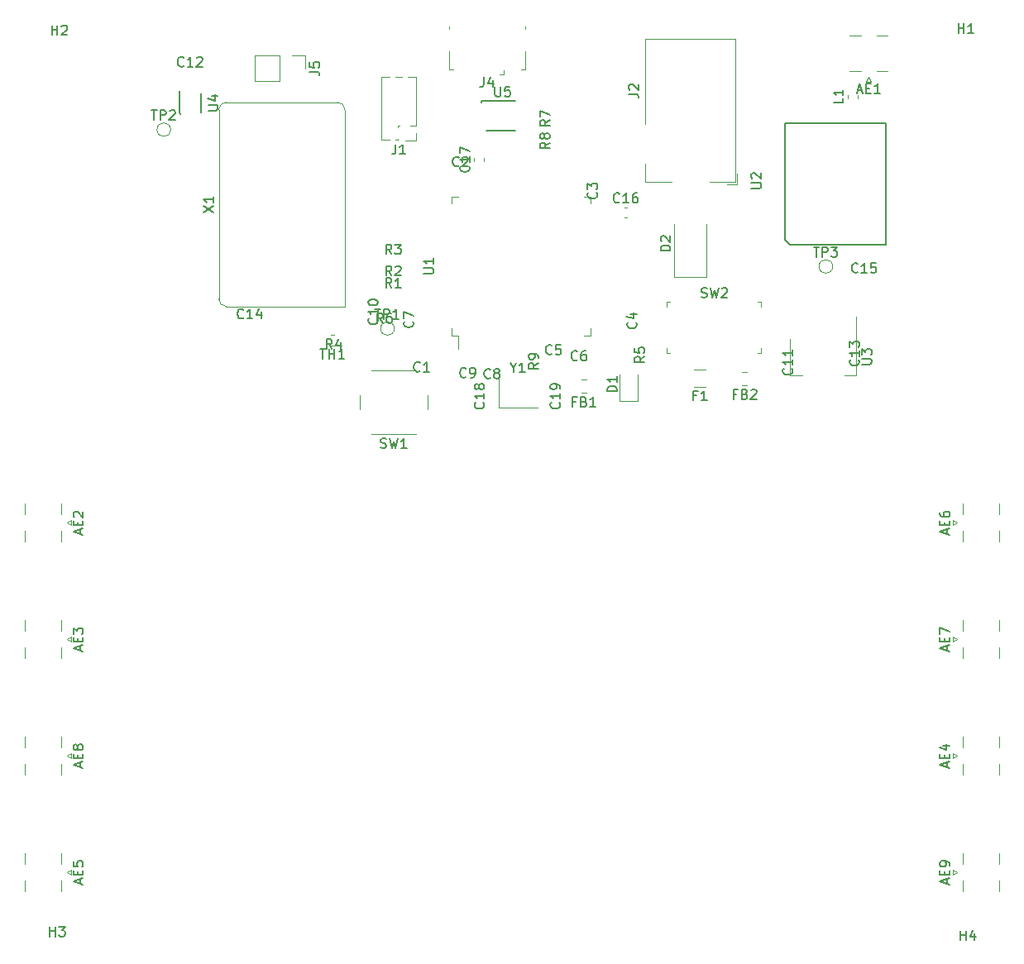
<source format=gbr>
G04 #@! TF.GenerationSoftware,KiCad,Pcbnew,5.1.5+dfsg1-2build2*
G04 #@! TF.CreationDate,2021-02-28T13:03:34-05:00*
G04 #@! TF.ProjectId,gpsdo,67707364-6f2e-46b6-9963-61645f706362,rev?*
G04 #@! TF.SameCoordinates,Original*
G04 #@! TF.FileFunction,Legend,Top*
G04 #@! TF.FilePolarity,Positive*
%FSLAX46Y46*%
G04 Gerber Fmt 4.6, Leading zero omitted, Abs format (unit mm)*
G04 Created by KiCad (PCBNEW 5.1.5+dfsg1-2build2) date 2021-02-28 13:03:34*
%MOMM*%
%LPD*%
G04 APERTURE LIST*
%ADD10C,0.150000*%
%ADD11C,0.120000*%
%ADD12C,0.100000*%
G04 APERTURE END LIST*
D10*
X77930000Y-9050000D02*
X77930000Y-21050000D01*
X88180000Y-9050000D02*
X77930000Y-9050000D01*
X88180000Y-21550000D02*
X88180000Y-9050000D01*
X78430000Y-21550000D02*
X88180000Y-21550000D01*
X77930000Y-21050000D02*
X78430000Y-21550000D01*
D11*
X85640000Y-3770000D02*
X84530000Y-3770000D01*
X88430000Y-3770000D02*
X87320000Y-3770000D01*
X85640000Y-60000D02*
X84530000Y-60000D01*
X88430000Y-60000D02*
X87320000Y-60000D01*
X86480000Y-4320000D02*
X86230000Y-4820000D01*
X86230000Y-4820000D02*
X86730000Y-4820000D01*
X86730000Y-4820000D02*
X86480000Y-4320000D01*
X61437221Y-18710000D02*
X61762779Y-18710000D01*
X61437221Y-17690000D02*
X61762779Y-17690000D01*
X47110000Y-12962779D02*
X47110000Y-12637221D01*
X46090000Y-12962779D02*
X46090000Y-12637221D01*
X66550000Y-24800000D02*
X66550000Y-19400000D01*
X69850000Y-24800000D02*
X69850000Y-19400000D01*
X66550000Y-24800000D02*
X69850000Y-24800000D01*
X69802064Y-34290000D02*
X68597936Y-34290000D01*
X69802064Y-36110000D02*
X68597936Y-36110000D01*
X57558578Y-35290000D02*
X57041422Y-35290000D01*
X57558578Y-36710000D02*
X57041422Y-36710000D01*
X74028578Y-34520000D02*
X73511422Y-34520000D01*
X74028578Y-35940000D02*
X73511422Y-35940000D01*
X40130000Y-10860000D02*
X39000000Y-10860000D01*
X40130000Y-10100000D02*
X40130000Y-10860000D01*
X37422470Y-10795000D02*
X36600000Y-10795000D01*
X38240000Y-10795000D02*
X38037530Y-10795000D01*
X38240000Y-10663471D02*
X38240000Y-10795000D01*
X38240000Y-9393471D02*
X38240000Y-9536529D01*
X38436529Y-9340000D02*
X38293471Y-9340000D01*
X40130000Y-9340000D02*
X39563471Y-9340000D01*
X36600000Y-10795000D02*
X36600000Y-4325000D01*
X40130000Y-9340000D02*
X40130000Y-4325000D01*
X38692470Y-4325000D02*
X38037530Y-4325000D01*
X37422470Y-4325000D02*
X36600000Y-4325000D01*
X40130000Y-4325000D02*
X39307530Y-4325000D01*
X72800000Y-15100000D02*
X70200000Y-15100000D01*
X72800000Y-400000D02*
X72800000Y-15100000D01*
X63600000Y-15100000D02*
X63600000Y-13200000D01*
X66300000Y-15100000D02*
X63600000Y-15100000D01*
X63600000Y-400000D02*
X72800000Y-400000D01*
X63600000Y-9200000D02*
X63600000Y-400000D01*
X73000000Y-14250000D02*
X73000000Y-15300000D01*
X71950000Y-15300000D02*
X73000000Y-15300000D01*
X49100000Y-4112500D02*
X49100000Y-3662500D01*
X49100000Y-4112500D02*
X48650000Y-4112500D01*
X43500000Y-3562500D02*
X43950000Y-3562500D01*
X43500000Y-1712500D02*
X43500000Y-3562500D01*
X51300000Y837500D02*
X51300000Y587500D01*
X43500000Y837500D02*
X43500000Y587500D01*
X51300000Y-1712500D02*
X51300000Y-3562500D01*
X51300000Y-3562500D02*
X50850000Y-3562500D01*
X28780000Y-2130000D02*
X28780000Y-3460000D01*
X27450000Y-2130000D02*
X28780000Y-2130000D01*
X26180000Y-2130000D02*
X26180000Y-4790000D01*
X26180000Y-4790000D02*
X23580000Y-4790000D01*
X26180000Y-2130000D02*
X23580000Y-2130000D01*
X23580000Y-2130000D02*
X23580000Y-4790000D01*
X85346000Y-6512779D02*
X85346000Y-6187221D01*
X84326000Y-6512779D02*
X84326000Y-6187221D01*
X34350000Y-36900000D02*
X34350000Y-38400000D01*
X35600000Y-40900000D02*
X40100000Y-40900000D01*
X41350000Y-38400000D02*
X41350000Y-36900000D01*
X40100000Y-34400000D02*
X35600000Y-34400000D01*
D12*
X65750000Y-27400000D02*
X66100000Y-27400000D01*
X65750000Y-27400000D02*
X65750000Y-27900000D01*
X75450000Y-27400000D02*
X75100000Y-27400000D01*
X75450000Y-27400000D02*
X75450000Y-27900000D01*
X75450000Y-32600000D02*
X75450000Y-32100000D01*
X75450000Y-32600000D02*
X75100000Y-32600000D01*
X65750000Y-32600000D02*
X66100000Y-32600000D01*
X65750000Y-32600000D02*
X65750000Y-32100000D01*
D11*
X31762779Y-30790000D02*
X31437221Y-30790000D01*
X31762779Y-31810000D02*
X31437221Y-31810000D01*
X37900000Y-30100000D02*
G75*
G03X37900000Y-30100000I-700000J0D01*
G01*
X15010000Y-9740000D02*
G75*
G03X15010000Y-9740000I-700000J0D01*
G01*
X82780000Y-23750000D02*
G75*
G03X82780000Y-23750000I-700000J0D01*
G01*
X44490000Y-30810000D02*
X44490000Y-32175000D01*
X43790000Y-30810000D02*
X44490000Y-30810000D01*
X43790000Y-30110000D02*
X43790000Y-30810000D01*
X43790000Y-16590000D02*
X44490000Y-16590000D01*
X43790000Y-17290000D02*
X43790000Y-16590000D01*
X58010000Y-30810000D02*
X57310000Y-30810000D01*
X58010000Y-30110000D02*
X58010000Y-30810000D01*
X58010000Y-16590000D02*
X57310000Y-16590000D01*
X58010000Y-17290000D02*
X58010000Y-16590000D01*
X85210000Y-28900000D02*
X85210000Y-34910000D01*
X78390000Y-31150000D02*
X78390000Y-34910000D01*
X85210000Y-34910000D02*
X83950000Y-34910000D01*
X78390000Y-34910000D02*
X79650000Y-34910000D01*
X19940000Y-27080000D02*
G75*
G03X20690000Y-27830000I750000J0D01*
G01*
X20690000Y-6930000D02*
G75*
G03X19940000Y-7680000I0J-750000D01*
G01*
X32840000Y-7680000D02*
G75*
G03X32090000Y-6930000I-750000J0D01*
G01*
X32840000Y-27830000D02*
X32840000Y-7680000D01*
X32090000Y-6930000D02*
X20690000Y-6930000D01*
X19940000Y-7680000D02*
X19940000Y-27080000D01*
X20690000Y-27830000D02*
X32840000Y-27830000D01*
X62860000Y-37485000D02*
X62860000Y-34800000D01*
X60940000Y-37485000D02*
X62860000Y-37485000D01*
X60940000Y-34800000D02*
X60940000Y-37485000D01*
D10*
X18100000Y-6000000D02*
X18100000Y-8000000D01*
X15900000Y-8000000D02*
X16000000Y-8100000D01*
X15900000Y-5800000D02*
X15900000Y-8000000D01*
D11*
X48560000Y-38240000D02*
X52560000Y-38240000D01*
X48560000Y-34940000D02*
X48560000Y-38240000D01*
X3810000Y-50840000D02*
X3810000Y-51950000D01*
X3810000Y-48050000D02*
X3810000Y-49160000D01*
X100000Y-50840000D02*
X100000Y-51950000D01*
X100000Y-48050000D02*
X100000Y-49160000D01*
X4360000Y-50000000D02*
X4860000Y-50250000D01*
X4860000Y-50250000D02*
X4860000Y-49750000D01*
X4860000Y-49750000D02*
X4360000Y-50000000D01*
X3810000Y-62773333D02*
X3810000Y-63883333D01*
X3810000Y-59983333D02*
X3810000Y-61093333D01*
X100000Y-62773333D02*
X100000Y-63883333D01*
X100000Y-59983333D02*
X100000Y-61093333D01*
X4360000Y-61933333D02*
X4860000Y-62183333D01*
X4860000Y-62183333D02*
X4860000Y-61683333D01*
X4860000Y-61683333D02*
X4360000Y-61933333D01*
X96090000Y-73026666D02*
X96090000Y-71916666D01*
X96090000Y-75816666D02*
X96090000Y-74706666D01*
X99800000Y-73026666D02*
X99800000Y-71916666D01*
X99800000Y-75816666D02*
X99800000Y-74706666D01*
X95540000Y-73866666D02*
X95040000Y-73616666D01*
X95040000Y-73616666D02*
X95040000Y-74116666D01*
X95040000Y-74116666D02*
X95540000Y-73866666D01*
X3810000Y-86640000D02*
X3810000Y-87750000D01*
X3810000Y-83850000D02*
X3810000Y-84960000D01*
X100000Y-86640000D02*
X100000Y-87750000D01*
X100000Y-83850000D02*
X100000Y-84960000D01*
X4360000Y-85800000D02*
X4860000Y-86050000D01*
X4860000Y-86050000D02*
X4860000Y-85550000D01*
X4860000Y-85550000D02*
X4360000Y-85800000D01*
X96090000Y-49160000D02*
X96090000Y-48050000D01*
X96090000Y-51950000D02*
X96090000Y-50840000D01*
X99800000Y-49160000D02*
X99800000Y-48050000D01*
X99800000Y-51950000D02*
X99800000Y-50840000D01*
X95540000Y-50000000D02*
X95040000Y-49750000D01*
X95040000Y-49750000D02*
X95040000Y-50250000D01*
X95040000Y-50250000D02*
X95540000Y-50000000D01*
X96090000Y-61093333D02*
X96090000Y-59983333D01*
X96090000Y-63883333D02*
X96090000Y-62773333D01*
X99800000Y-61093333D02*
X99800000Y-59983333D01*
X99800000Y-63883333D02*
X99800000Y-62773333D01*
X95540000Y-61933333D02*
X95040000Y-61683333D01*
X95040000Y-61683333D02*
X95040000Y-62183333D01*
X95040000Y-62183333D02*
X95540000Y-61933333D01*
X3810000Y-74706666D02*
X3810000Y-75816666D01*
X3810000Y-71916666D02*
X3810000Y-73026666D01*
X100000Y-74706666D02*
X100000Y-75816666D01*
X100000Y-71916666D02*
X100000Y-73026666D01*
X4360000Y-73866666D02*
X4860000Y-74116666D01*
X4860000Y-74116666D02*
X4860000Y-73616666D01*
X4860000Y-73616666D02*
X4360000Y-73866666D01*
X96090000Y-84960000D02*
X96090000Y-83850000D01*
X96090000Y-87750000D02*
X96090000Y-86640000D01*
X99800000Y-84960000D02*
X99800000Y-83850000D01*
X99800000Y-87750000D02*
X99800000Y-86640000D01*
X95540000Y-85800000D02*
X95040000Y-85550000D01*
X95040000Y-85550000D02*
X95040000Y-86050000D01*
X95040000Y-86050000D02*
X95540000Y-85800000D01*
D10*
X47290000Y-6800000D02*
X46790000Y-6800000D01*
X47290000Y-9800000D02*
X50290000Y-9800000D01*
X47290000Y-6800000D02*
X50290000Y-6800000D01*
X46790000Y-6800000D02*
X46790000Y-6940000D01*
X74452380Y-15731904D02*
X75261904Y-15731904D01*
X75357142Y-15684285D01*
X75404761Y-15636666D01*
X75452380Y-15541428D01*
X75452380Y-15350952D01*
X75404761Y-15255714D01*
X75357142Y-15208095D01*
X75261904Y-15160476D01*
X74452380Y-15160476D01*
X74547619Y-14731904D02*
X74500000Y-14684285D01*
X74452380Y-14589047D01*
X74452380Y-14350952D01*
X74500000Y-14255714D01*
X74547619Y-14208095D01*
X74642857Y-14160476D01*
X74738095Y-14160476D01*
X74880952Y-14208095D01*
X75452380Y-14779523D01*
X75452380Y-14160476D01*
X85313333Y-5726666D02*
X85789523Y-5726666D01*
X85218095Y-6012380D02*
X85551428Y-5012380D01*
X85884761Y-6012380D01*
X86218095Y-5488571D02*
X86551428Y-5488571D01*
X86694285Y-6012380D02*
X86218095Y-6012380D01*
X86218095Y-5012380D01*
X86694285Y-5012380D01*
X87646666Y-6012380D02*
X87075238Y-6012380D01*
X87360952Y-6012380D02*
X87360952Y-5012380D01*
X87265714Y-5155238D01*
X87170476Y-5250476D01*
X87075238Y-5298095D01*
X40533333Y-34427142D02*
X40485714Y-34474761D01*
X40342857Y-34522380D01*
X40247619Y-34522380D01*
X40104761Y-34474761D01*
X40009523Y-34379523D01*
X39961904Y-34284285D01*
X39914285Y-34093809D01*
X39914285Y-33950952D01*
X39961904Y-33760476D01*
X40009523Y-33665238D01*
X40104761Y-33570000D01*
X40247619Y-33522380D01*
X40342857Y-33522380D01*
X40485714Y-33570000D01*
X40533333Y-33617619D01*
X41485714Y-34522380D02*
X40914285Y-34522380D01*
X41200000Y-34522380D02*
X41200000Y-33522380D01*
X41104761Y-33665238D01*
X41009523Y-33760476D01*
X40914285Y-33808095D01*
X44513333Y-13407142D02*
X44465714Y-13454761D01*
X44322857Y-13502380D01*
X44227619Y-13502380D01*
X44084761Y-13454761D01*
X43989523Y-13359523D01*
X43941904Y-13264285D01*
X43894285Y-13073809D01*
X43894285Y-12930952D01*
X43941904Y-12740476D01*
X43989523Y-12645238D01*
X44084761Y-12550000D01*
X44227619Y-12502380D01*
X44322857Y-12502380D01*
X44465714Y-12550000D01*
X44513333Y-12597619D01*
X44894285Y-12597619D02*
X44941904Y-12550000D01*
X45037142Y-12502380D01*
X45275238Y-12502380D01*
X45370476Y-12550000D01*
X45418095Y-12597619D01*
X45465714Y-12692857D01*
X45465714Y-12788095D01*
X45418095Y-12930952D01*
X44846666Y-13502380D01*
X45465714Y-13502380D01*
X58587142Y-16166666D02*
X58634761Y-16214285D01*
X58682380Y-16357142D01*
X58682380Y-16452380D01*
X58634761Y-16595238D01*
X58539523Y-16690476D01*
X58444285Y-16738095D01*
X58253809Y-16785714D01*
X58110952Y-16785714D01*
X57920476Y-16738095D01*
X57825238Y-16690476D01*
X57730000Y-16595238D01*
X57682380Y-16452380D01*
X57682380Y-16357142D01*
X57730000Y-16214285D01*
X57777619Y-16166666D01*
X57682380Y-15833333D02*
X57682380Y-15214285D01*
X58063333Y-15547619D01*
X58063333Y-15404761D01*
X58110952Y-15309523D01*
X58158571Y-15261904D01*
X58253809Y-15214285D01*
X58491904Y-15214285D01*
X58587142Y-15261904D01*
X58634761Y-15309523D01*
X58682380Y-15404761D01*
X58682380Y-15690476D01*
X58634761Y-15785714D01*
X58587142Y-15833333D01*
X62627142Y-29466666D02*
X62674761Y-29514285D01*
X62722380Y-29657142D01*
X62722380Y-29752380D01*
X62674761Y-29895238D01*
X62579523Y-29990476D01*
X62484285Y-30038095D01*
X62293809Y-30085714D01*
X62150952Y-30085714D01*
X61960476Y-30038095D01*
X61865238Y-29990476D01*
X61770000Y-29895238D01*
X61722380Y-29752380D01*
X61722380Y-29657142D01*
X61770000Y-29514285D01*
X61817619Y-29466666D01*
X62055714Y-28609523D02*
X62722380Y-28609523D01*
X61674761Y-28847619D02*
X62389047Y-29085714D01*
X62389047Y-28466666D01*
X54033333Y-32687142D02*
X53985714Y-32734761D01*
X53842857Y-32782380D01*
X53747619Y-32782380D01*
X53604761Y-32734761D01*
X53509523Y-32639523D01*
X53461904Y-32544285D01*
X53414285Y-32353809D01*
X53414285Y-32210952D01*
X53461904Y-32020476D01*
X53509523Y-31925238D01*
X53604761Y-31830000D01*
X53747619Y-31782380D01*
X53842857Y-31782380D01*
X53985714Y-31830000D01*
X54033333Y-31877619D01*
X54938095Y-31782380D02*
X54461904Y-31782380D01*
X54414285Y-32258571D01*
X54461904Y-32210952D01*
X54557142Y-32163333D01*
X54795238Y-32163333D01*
X54890476Y-32210952D01*
X54938095Y-32258571D01*
X54985714Y-32353809D01*
X54985714Y-32591904D01*
X54938095Y-32687142D01*
X54890476Y-32734761D01*
X54795238Y-32782380D01*
X54557142Y-32782380D01*
X54461904Y-32734761D01*
X54414285Y-32687142D01*
X56633333Y-33287142D02*
X56585714Y-33334761D01*
X56442857Y-33382380D01*
X56347619Y-33382380D01*
X56204761Y-33334761D01*
X56109523Y-33239523D01*
X56061904Y-33144285D01*
X56014285Y-32953809D01*
X56014285Y-32810952D01*
X56061904Y-32620476D01*
X56109523Y-32525238D01*
X56204761Y-32430000D01*
X56347619Y-32382380D01*
X56442857Y-32382380D01*
X56585714Y-32430000D01*
X56633333Y-32477619D01*
X57490476Y-32382380D02*
X57300000Y-32382380D01*
X57204761Y-32430000D01*
X57157142Y-32477619D01*
X57061904Y-32620476D01*
X57014285Y-32810952D01*
X57014285Y-33191904D01*
X57061904Y-33287142D01*
X57109523Y-33334761D01*
X57204761Y-33382380D01*
X57395238Y-33382380D01*
X57490476Y-33334761D01*
X57538095Y-33287142D01*
X57585714Y-33191904D01*
X57585714Y-32953809D01*
X57538095Y-32858571D01*
X57490476Y-32810952D01*
X57395238Y-32763333D01*
X57204761Y-32763333D01*
X57109523Y-32810952D01*
X57061904Y-32858571D01*
X57014285Y-32953809D01*
X39787142Y-29366666D02*
X39834761Y-29414285D01*
X39882380Y-29557142D01*
X39882380Y-29652380D01*
X39834761Y-29795238D01*
X39739523Y-29890476D01*
X39644285Y-29938095D01*
X39453809Y-29985714D01*
X39310952Y-29985714D01*
X39120476Y-29938095D01*
X39025238Y-29890476D01*
X38930000Y-29795238D01*
X38882380Y-29652380D01*
X38882380Y-29557142D01*
X38930000Y-29414285D01*
X38977619Y-29366666D01*
X38882380Y-29033333D02*
X38882380Y-28366666D01*
X39882380Y-28795238D01*
X47733333Y-35127142D02*
X47685714Y-35174761D01*
X47542857Y-35222380D01*
X47447619Y-35222380D01*
X47304761Y-35174761D01*
X47209523Y-35079523D01*
X47161904Y-34984285D01*
X47114285Y-34793809D01*
X47114285Y-34650952D01*
X47161904Y-34460476D01*
X47209523Y-34365238D01*
X47304761Y-34270000D01*
X47447619Y-34222380D01*
X47542857Y-34222380D01*
X47685714Y-34270000D01*
X47733333Y-34317619D01*
X48304761Y-34650952D02*
X48209523Y-34603333D01*
X48161904Y-34555714D01*
X48114285Y-34460476D01*
X48114285Y-34412857D01*
X48161904Y-34317619D01*
X48209523Y-34270000D01*
X48304761Y-34222380D01*
X48495238Y-34222380D01*
X48590476Y-34270000D01*
X48638095Y-34317619D01*
X48685714Y-34412857D01*
X48685714Y-34460476D01*
X48638095Y-34555714D01*
X48590476Y-34603333D01*
X48495238Y-34650952D01*
X48304761Y-34650952D01*
X48209523Y-34698571D01*
X48161904Y-34746190D01*
X48114285Y-34841428D01*
X48114285Y-35031904D01*
X48161904Y-35127142D01*
X48209523Y-35174761D01*
X48304761Y-35222380D01*
X48495238Y-35222380D01*
X48590476Y-35174761D01*
X48638095Y-35127142D01*
X48685714Y-35031904D01*
X48685714Y-34841428D01*
X48638095Y-34746190D01*
X48590476Y-34698571D01*
X48495238Y-34650952D01*
X45233333Y-35027142D02*
X45185714Y-35074761D01*
X45042857Y-35122380D01*
X44947619Y-35122380D01*
X44804761Y-35074761D01*
X44709523Y-34979523D01*
X44661904Y-34884285D01*
X44614285Y-34693809D01*
X44614285Y-34550952D01*
X44661904Y-34360476D01*
X44709523Y-34265238D01*
X44804761Y-34170000D01*
X44947619Y-34122380D01*
X45042857Y-34122380D01*
X45185714Y-34170000D01*
X45233333Y-34217619D01*
X45709523Y-35122380D02*
X45900000Y-35122380D01*
X45995238Y-35074761D01*
X46042857Y-35027142D01*
X46138095Y-34884285D01*
X46185714Y-34693809D01*
X46185714Y-34312857D01*
X46138095Y-34217619D01*
X46090476Y-34170000D01*
X45995238Y-34122380D01*
X45804761Y-34122380D01*
X45709523Y-34170000D01*
X45661904Y-34217619D01*
X45614285Y-34312857D01*
X45614285Y-34550952D01*
X45661904Y-34646190D01*
X45709523Y-34693809D01*
X45804761Y-34741428D01*
X45995238Y-34741428D01*
X46090476Y-34693809D01*
X46138095Y-34646190D01*
X46185714Y-34550952D01*
X36127142Y-29042857D02*
X36174761Y-29090476D01*
X36222380Y-29233333D01*
X36222380Y-29328571D01*
X36174761Y-29471428D01*
X36079523Y-29566666D01*
X35984285Y-29614285D01*
X35793809Y-29661904D01*
X35650952Y-29661904D01*
X35460476Y-29614285D01*
X35365238Y-29566666D01*
X35270000Y-29471428D01*
X35222380Y-29328571D01*
X35222380Y-29233333D01*
X35270000Y-29090476D01*
X35317619Y-29042857D01*
X36222380Y-28090476D02*
X36222380Y-28661904D01*
X36222380Y-28376190D02*
X35222380Y-28376190D01*
X35365238Y-28471428D01*
X35460476Y-28566666D01*
X35508095Y-28661904D01*
X35222380Y-27471428D02*
X35222380Y-27376190D01*
X35270000Y-27280952D01*
X35317619Y-27233333D01*
X35412857Y-27185714D01*
X35603333Y-27138095D01*
X35841428Y-27138095D01*
X36031904Y-27185714D01*
X36127142Y-27233333D01*
X36174761Y-27280952D01*
X36222380Y-27376190D01*
X36222380Y-27471428D01*
X36174761Y-27566666D01*
X36127142Y-27614285D01*
X36031904Y-27661904D01*
X35841428Y-27709523D01*
X35603333Y-27709523D01*
X35412857Y-27661904D01*
X35317619Y-27614285D01*
X35270000Y-27566666D01*
X35222380Y-27471428D01*
X78577142Y-34212857D02*
X78624761Y-34260476D01*
X78672380Y-34403333D01*
X78672380Y-34498571D01*
X78624761Y-34641428D01*
X78529523Y-34736666D01*
X78434285Y-34784285D01*
X78243809Y-34831904D01*
X78100952Y-34831904D01*
X77910476Y-34784285D01*
X77815238Y-34736666D01*
X77720000Y-34641428D01*
X77672380Y-34498571D01*
X77672380Y-34403333D01*
X77720000Y-34260476D01*
X77767619Y-34212857D01*
X78672380Y-33260476D02*
X78672380Y-33831904D01*
X78672380Y-33546190D02*
X77672380Y-33546190D01*
X77815238Y-33641428D01*
X77910476Y-33736666D01*
X77958095Y-33831904D01*
X78672380Y-32308095D02*
X78672380Y-32879523D01*
X78672380Y-32593809D02*
X77672380Y-32593809D01*
X77815238Y-32689047D01*
X77910476Y-32784285D01*
X77958095Y-32879523D01*
X16357142Y-3187142D02*
X16309523Y-3234761D01*
X16166666Y-3282380D01*
X16071428Y-3282380D01*
X15928571Y-3234761D01*
X15833333Y-3139523D01*
X15785714Y-3044285D01*
X15738095Y-2853809D01*
X15738095Y-2710952D01*
X15785714Y-2520476D01*
X15833333Y-2425238D01*
X15928571Y-2330000D01*
X16071428Y-2282380D01*
X16166666Y-2282380D01*
X16309523Y-2330000D01*
X16357142Y-2377619D01*
X17309523Y-3282380D02*
X16738095Y-3282380D01*
X17023809Y-3282380D02*
X17023809Y-2282380D01*
X16928571Y-2425238D01*
X16833333Y-2520476D01*
X16738095Y-2568095D01*
X17690476Y-2377619D02*
X17738095Y-2330000D01*
X17833333Y-2282380D01*
X18071428Y-2282380D01*
X18166666Y-2330000D01*
X18214285Y-2377619D01*
X18261904Y-2472857D01*
X18261904Y-2568095D01*
X18214285Y-2710952D01*
X17642857Y-3282380D01*
X18261904Y-3282380D01*
X85397142Y-33292857D02*
X85444761Y-33340476D01*
X85492380Y-33483333D01*
X85492380Y-33578571D01*
X85444761Y-33721428D01*
X85349523Y-33816666D01*
X85254285Y-33864285D01*
X85063809Y-33911904D01*
X84920952Y-33911904D01*
X84730476Y-33864285D01*
X84635238Y-33816666D01*
X84540000Y-33721428D01*
X84492380Y-33578571D01*
X84492380Y-33483333D01*
X84540000Y-33340476D01*
X84587619Y-33292857D01*
X85492380Y-32340476D02*
X85492380Y-32911904D01*
X85492380Y-32626190D02*
X84492380Y-32626190D01*
X84635238Y-32721428D01*
X84730476Y-32816666D01*
X84778095Y-32911904D01*
X84492380Y-32007142D02*
X84492380Y-31388095D01*
X84873333Y-31721428D01*
X84873333Y-31578571D01*
X84920952Y-31483333D01*
X84968571Y-31435714D01*
X85063809Y-31388095D01*
X85301904Y-31388095D01*
X85397142Y-31435714D01*
X85444761Y-31483333D01*
X85492380Y-31578571D01*
X85492380Y-31864285D01*
X85444761Y-31959523D01*
X85397142Y-32007142D01*
X22457142Y-28987142D02*
X22409523Y-29034761D01*
X22266666Y-29082380D01*
X22171428Y-29082380D01*
X22028571Y-29034761D01*
X21933333Y-28939523D01*
X21885714Y-28844285D01*
X21838095Y-28653809D01*
X21838095Y-28510952D01*
X21885714Y-28320476D01*
X21933333Y-28225238D01*
X22028571Y-28130000D01*
X22171428Y-28082380D01*
X22266666Y-28082380D01*
X22409523Y-28130000D01*
X22457142Y-28177619D01*
X23409523Y-29082380D02*
X22838095Y-29082380D01*
X23123809Y-29082380D02*
X23123809Y-28082380D01*
X23028571Y-28225238D01*
X22933333Y-28320476D01*
X22838095Y-28368095D01*
X24266666Y-28415714D02*
X24266666Y-29082380D01*
X24028571Y-28034761D02*
X23790476Y-28749047D01*
X24409523Y-28749047D01*
X85337142Y-24307142D02*
X85289523Y-24354761D01*
X85146666Y-24402380D01*
X85051428Y-24402380D01*
X84908571Y-24354761D01*
X84813333Y-24259523D01*
X84765714Y-24164285D01*
X84718095Y-23973809D01*
X84718095Y-23830952D01*
X84765714Y-23640476D01*
X84813333Y-23545238D01*
X84908571Y-23450000D01*
X85051428Y-23402380D01*
X85146666Y-23402380D01*
X85289523Y-23450000D01*
X85337142Y-23497619D01*
X86289523Y-24402380D02*
X85718095Y-24402380D01*
X86003809Y-24402380D02*
X86003809Y-23402380D01*
X85908571Y-23545238D01*
X85813333Y-23640476D01*
X85718095Y-23688095D01*
X87194285Y-23402380D02*
X86718095Y-23402380D01*
X86670476Y-23878571D01*
X86718095Y-23830952D01*
X86813333Y-23783333D01*
X87051428Y-23783333D01*
X87146666Y-23830952D01*
X87194285Y-23878571D01*
X87241904Y-23973809D01*
X87241904Y-24211904D01*
X87194285Y-24307142D01*
X87146666Y-24354761D01*
X87051428Y-24402380D01*
X86813333Y-24402380D01*
X86718095Y-24354761D01*
X86670476Y-24307142D01*
X60957142Y-17127142D02*
X60909523Y-17174761D01*
X60766666Y-17222380D01*
X60671428Y-17222380D01*
X60528571Y-17174761D01*
X60433333Y-17079523D01*
X60385714Y-16984285D01*
X60338095Y-16793809D01*
X60338095Y-16650952D01*
X60385714Y-16460476D01*
X60433333Y-16365238D01*
X60528571Y-16270000D01*
X60671428Y-16222380D01*
X60766666Y-16222380D01*
X60909523Y-16270000D01*
X60957142Y-16317619D01*
X61909523Y-17222380D02*
X61338095Y-17222380D01*
X61623809Y-17222380D02*
X61623809Y-16222380D01*
X61528571Y-16365238D01*
X61433333Y-16460476D01*
X61338095Y-16508095D01*
X62766666Y-16222380D02*
X62576190Y-16222380D01*
X62480952Y-16270000D01*
X62433333Y-16317619D01*
X62338095Y-16460476D01*
X62290476Y-16650952D01*
X62290476Y-17031904D01*
X62338095Y-17127142D01*
X62385714Y-17174761D01*
X62480952Y-17222380D01*
X62671428Y-17222380D01*
X62766666Y-17174761D01*
X62814285Y-17127142D01*
X62861904Y-17031904D01*
X62861904Y-16793809D01*
X62814285Y-16698571D01*
X62766666Y-16650952D01*
X62671428Y-16603333D01*
X62480952Y-16603333D01*
X62385714Y-16650952D01*
X62338095Y-16698571D01*
X62290476Y-16793809D01*
X45527142Y-13442857D02*
X45574761Y-13490476D01*
X45622380Y-13633333D01*
X45622380Y-13728571D01*
X45574761Y-13871428D01*
X45479523Y-13966666D01*
X45384285Y-14014285D01*
X45193809Y-14061904D01*
X45050952Y-14061904D01*
X44860476Y-14014285D01*
X44765238Y-13966666D01*
X44670000Y-13871428D01*
X44622380Y-13728571D01*
X44622380Y-13633333D01*
X44670000Y-13490476D01*
X44717619Y-13442857D01*
X45622380Y-12490476D02*
X45622380Y-13061904D01*
X45622380Y-12776190D02*
X44622380Y-12776190D01*
X44765238Y-12871428D01*
X44860476Y-12966666D01*
X44908095Y-13061904D01*
X44622380Y-12157142D02*
X44622380Y-11490476D01*
X45622380Y-11919047D01*
X66152380Y-22138095D02*
X65152380Y-22138095D01*
X65152380Y-21900000D01*
X65200000Y-21757142D01*
X65295238Y-21661904D01*
X65390476Y-21614285D01*
X65580952Y-21566666D01*
X65723809Y-21566666D01*
X65914285Y-21614285D01*
X66009523Y-21661904D01*
X66104761Y-21757142D01*
X66152380Y-21900000D01*
X66152380Y-22138095D01*
X65247619Y-21185714D02*
X65200000Y-21138095D01*
X65152380Y-21042857D01*
X65152380Y-20804761D01*
X65200000Y-20709523D01*
X65247619Y-20661904D01*
X65342857Y-20614285D01*
X65438095Y-20614285D01*
X65580952Y-20661904D01*
X66152380Y-21233333D01*
X66152380Y-20614285D01*
X68866666Y-36948571D02*
X68533333Y-36948571D01*
X68533333Y-37472380D02*
X68533333Y-36472380D01*
X69009523Y-36472380D01*
X69914285Y-37472380D02*
X69342857Y-37472380D01*
X69628571Y-37472380D02*
X69628571Y-36472380D01*
X69533333Y-36615238D01*
X69438095Y-36710476D01*
X69342857Y-36758095D01*
X56466666Y-37578571D02*
X56133333Y-37578571D01*
X56133333Y-38102380D02*
X56133333Y-37102380D01*
X56609523Y-37102380D01*
X57323809Y-37578571D02*
X57466666Y-37626190D01*
X57514285Y-37673809D01*
X57561904Y-37769047D01*
X57561904Y-37911904D01*
X57514285Y-38007142D01*
X57466666Y-38054761D01*
X57371428Y-38102380D01*
X56990476Y-38102380D01*
X56990476Y-37102380D01*
X57323809Y-37102380D01*
X57419047Y-37150000D01*
X57466666Y-37197619D01*
X57514285Y-37292857D01*
X57514285Y-37388095D01*
X57466666Y-37483333D01*
X57419047Y-37530952D01*
X57323809Y-37578571D01*
X56990476Y-37578571D01*
X58514285Y-38102380D02*
X57942857Y-38102380D01*
X58228571Y-38102380D02*
X58228571Y-37102380D01*
X58133333Y-37245238D01*
X58038095Y-37340476D01*
X57942857Y-37388095D01*
X72936666Y-36808571D02*
X72603333Y-36808571D01*
X72603333Y-37332380D02*
X72603333Y-36332380D01*
X73079523Y-36332380D01*
X73793809Y-36808571D02*
X73936666Y-36856190D01*
X73984285Y-36903809D01*
X74031904Y-36999047D01*
X74031904Y-37141904D01*
X73984285Y-37237142D01*
X73936666Y-37284761D01*
X73841428Y-37332380D01*
X73460476Y-37332380D01*
X73460476Y-36332380D01*
X73793809Y-36332380D01*
X73889047Y-36380000D01*
X73936666Y-36427619D01*
X73984285Y-36522857D01*
X73984285Y-36618095D01*
X73936666Y-36713333D01*
X73889047Y-36760952D01*
X73793809Y-36808571D01*
X73460476Y-36808571D01*
X74412857Y-36427619D02*
X74460476Y-36380000D01*
X74555714Y-36332380D01*
X74793809Y-36332380D01*
X74889047Y-36380000D01*
X74936666Y-36427619D01*
X74984285Y-36522857D01*
X74984285Y-36618095D01*
X74936666Y-36760952D01*
X74365238Y-37332380D01*
X74984285Y-37332380D01*
X95638095Y147619D02*
X95638095Y1147619D01*
X95638095Y671428D02*
X96209523Y671428D01*
X96209523Y147619D02*
X96209523Y1147619D01*
X97209523Y147619D02*
X96638095Y147619D01*
X96923809Y147619D02*
X96923809Y1147619D01*
X96828571Y1004761D01*
X96733333Y909523D01*
X96638095Y861904D01*
X2838095Y-52380D02*
X2838095Y947619D01*
X2838095Y471428D02*
X3409523Y471428D01*
X3409523Y-52380D02*
X3409523Y947619D01*
X3838095Y852380D02*
X3885714Y900000D01*
X3980952Y947619D01*
X4219047Y947619D01*
X4314285Y900000D01*
X4361904Y852380D01*
X4409523Y757142D01*
X4409523Y661904D01*
X4361904Y519047D01*
X3790476Y-52380D01*
X4409523Y-52380D01*
X2638095Y-92352380D02*
X2638095Y-91352380D01*
X2638095Y-91828571D02*
X3209523Y-91828571D01*
X3209523Y-92352380D02*
X3209523Y-91352380D01*
X3590476Y-91352380D02*
X4209523Y-91352380D01*
X3876190Y-91733333D01*
X4019047Y-91733333D01*
X4114285Y-91780952D01*
X4161904Y-91828571D01*
X4209523Y-91923809D01*
X4209523Y-92161904D01*
X4161904Y-92257142D01*
X4114285Y-92304761D01*
X4019047Y-92352380D01*
X3733333Y-92352380D01*
X3638095Y-92304761D01*
X3590476Y-92257142D01*
X95838095Y-92752380D02*
X95838095Y-91752380D01*
X95838095Y-92228571D02*
X96409523Y-92228571D01*
X96409523Y-92752380D02*
X96409523Y-91752380D01*
X97314285Y-92085714D02*
X97314285Y-92752380D01*
X97076190Y-91704761D02*
X96838095Y-92419047D01*
X97457142Y-92419047D01*
X38031666Y-11247380D02*
X38031666Y-11961666D01*
X37984047Y-12104523D01*
X37888809Y-12199761D01*
X37745952Y-12247380D01*
X37650714Y-12247380D01*
X39031666Y-12247380D02*
X38460238Y-12247380D01*
X38745952Y-12247380D02*
X38745952Y-11247380D01*
X38650714Y-11390238D01*
X38555476Y-11485476D01*
X38460238Y-11533095D01*
X61902380Y-6083333D02*
X62616666Y-6083333D01*
X62759523Y-6130952D01*
X62854761Y-6226190D01*
X62902380Y-6369047D01*
X62902380Y-6464285D01*
X61997619Y-5654761D02*
X61950000Y-5607142D01*
X61902380Y-5511904D01*
X61902380Y-5273809D01*
X61950000Y-5178571D01*
X61997619Y-5130952D01*
X62092857Y-5083333D01*
X62188095Y-5083333D01*
X62330952Y-5130952D01*
X62902380Y-5702380D01*
X62902380Y-5083333D01*
X47066666Y-4364880D02*
X47066666Y-5079166D01*
X47019047Y-5222023D01*
X46923809Y-5317261D01*
X46780952Y-5364880D01*
X46685714Y-5364880D01*
X47971428Y-4698214D02*
X47971428Y-5364880D01*
X47733333Y-4317261D02*
X47495238Y-5031547D01*
X48114285Y-5031547D01*
X29232380Y-3793333D02*
X29946666Y-3793333D01*
X30089523Y-3840952D01*
X30184761Y-3936190D01*
X30232380Y-4079047D01*
X30232380Y-4174285D01*
X29232380Y-2840952D02*
X29232380Y-3317142D01*
X29708571Y-3364761D01*
X29660952Y-3317142D01*
X29613333Y-3221904D01*
X29613333Y-2983809D01*
X29660952Y-2888571D01*
X29708571Y-2840952D01*
X29803809Y-2793333D01*
X30041904Y-2793333D01*
X30137142Y-2840952D01*
X30184761Y-2888571D01*
X30232380Y-2983809D01*
X30232380Y-3221904D01*
X30184761Y-3317142D01*
X30137142Y-3364761D01*
X83858380Y-6516666D02*
X83858380Y-6992857D01*
X82858380Y-6992857D01*
X83858380Y-5659523D02*
X83858380Y-6230952D01*
X83858380Y-5945238D02*
X82858380Y-5945238D01*
X83001238Y-6040476D01*
X83096476Y-6135714D01*
X83144095Y-6230952D01*
X37633333Y-25922380D02*
X37300000Y-25446190D01*
X37061904Y-25922380D02*
X37061904Y-24922380D01*
X37442857Y-24922380D01*
X37538095Y-24970000D01*
X37585714Y-25017619D01*
X37633333Y-25112857D01*
X37633333Y-25255714D01*
X37585714Y-25350952D01*
X37538095Y-25398571D01*
X37442857Y-25446190D01*
X37061904Y-25446190D01*
X38585714Y-25922380D02*
X38014285Y-25922380D01*
X38300000Y-25922380D02*
X38300000Y-24922380D01*
X38204761Y-25065238D01*
X38109523Y-25160476D01*
X38014285Y-25208095D01*
X37633333Y-24682380D02*
X37300000Y-24206190D01*
X37061904Y-24682380D02*
X37061904Y-23682380D01*
X37442857Y-23682380D01*
X37538095Y-23730000D01*
X37585714Y-23777619D01*
X37633333Y-23872857D01*
X37633333Y-24015714D01*
X37585714Y-24110952D01*
X37538095Y-24158571D01*
X37442857Y-24206190D01*
X37061904Y-24206190D01*
X38014285Y-23777619D02*
X38061904Y-23730000D01*
X38157142Y-23682380D01*
X38395238Y-23682380D01*
X38490476Y-23730000D01*
X38538095Y-23777619D01*
X38585714Y-23872857D01*
X38585714Y-23968095D01*
X38538095Y-24110952D01*
X37966666Y-24682380D01*
X38585714Y-24682380D01*
X37633333Y-22482380D02*
X37300000Y-22006190D01*
X37061904Y-22482380D02*
X37061904Y-21482380D01*
X37442857Y-21482380D01*
X37538095Y-21530000D01*
X37585714Y-21577619D01*
X37633333Y-21672857D01*
X37633333Y-21815714D01*
X37585714Y-21910952D01*
X37538095Y-21958571D01*
X37442857Y-22006190D01*
X37061904Y-22006190D01*
X37966666Y-21482380D02*
X38585714Y-21482380D01*
X38252380Y-21863333D01*
X38395238Y-21863333D01*
X38490476Y-21910952D01*
X38538095Y-21958571D01*
X38585714Y-22053809D01*
X38585714Y-22291904D01*
X38538095Y-22387142D01*
X38490476Y-22434761D01*
X38395238Y-22482380D01*
X38109523Y-22482380D01*
X38014285Y-22434761D01*
X37966666Y-22387142D01*
X31533333Y-32182380D02*
X31200000Y-31706190D01*
X30961904Y-32182380D02*
X30961904Y-31182380D01*
X31342857Y-31182380D01*
X31438095Y-31230000D01*
X31485714Y-31277619D01*
X31533333Y-31372857D01*
X31533333Y-31515714D01*
X31485714Y-31610952D01*
X31438095Y-31658571D01*
X31342857Y-31706190D01*
X30961904Y-31706190D01*
X32390476Y-31515714D02*
X32390476Y-32182380D01*
X32152380Y-31134761D02*
X31914285Y-31849047D01*
X32533333Y-31849047D01*
X63522380Y-32966666D02*
X63046190Y-33300000D01*
X63522380Y-33538095D02*
X62522380Y-33538095D01*
X62522380Y-33157142D01*
X62570000Y-33061904D01*
X62617619Y-33014285D01*
X62712857Y-32966666D01*
X62855714Y-32966666D01*
X62950952Y-33014285D01*
X62998571Y-33061904D01*
X63046190Y-33157142D01*
X63046190Y-33538095D01*
X62522380Y-32061904D02*
X62522380Y-32538095D01*
X62998571Y-32585714D01*
X62950952Y-32538095D01*
X62903333Y-32442857D01*
X62903333Y-32204761D01*
X62950952Y-32109523D01*
X62998571Y-32061904D01*
X63093809Y-32014285D01*
X63331904Y-32014285D01*
X63427142Y-32061904D01*
X63474761Y-32109523D01*
X63522380Y-32204761D01*
X63522380Y-32442857D01*
X63474761Y-32538095D01*
X63427142Y-32585714D01*
X36733333Y-29522380D02*
X36400000Y-29046190D01*
X36161904Y-29522380D02*
X36161904Y-28522380D01*
X36542857Y-28522380D01*
X36638095Y-28570000D01*
X36685714Y-28617619D01*
X36733333Y-28712857D01*
X36733333Y-28855714D01*
X36685714Y-28950952D01*
X36638095Y-28998571D01*
X36542857Y-29046190D01*
X36161904Y-29046190D01*
X37590476Y-28522380D02*
X37400000Y-28522380D01*
X37304761Y-28570000D01*
X37257142Y-28617619D01*
X37161904Y-28760476D01*
X37114285Y-28950952D01*
X37114285Y-29331904D01*
X37161904Y-29427142D01*
X37209523Y-29474761D01*
X37304761Y-29522380D01*
X37495238Y-29522380D01*
X37590476Y-29474761D01*
X37638095Y-29427142D01*
X37685714Y-29331904D01*
X37685714Y-29093809D01*
X37638095Y-28998571D01*
X37590476Y-28950952D01*
X37495238Y-28903333D01*
X37304761Y-28903333D01*
X37209523Y-28950952D01*
X37161904Y-28998571D01*
X37114285Y-29093809D01*
X53822380Y-8766666D02*
X53346190Y-9100000D01*
X53822380Y-9338095D02*
X52822380Y-9338095D01*
X52822380Y-8957142D01*
X52870000Y-8861904D01*
X52917619Y-8814285D01*
X53012857Y-8766666D01*
X53155714Y-8766666D01*
X53250952Y-8814285D01*
X53298571Y-8861904D01*
X53346190Y-8957142D01*
X53346190Y-9338095D01*
X52822380Y-8433333D02*
X52822380Y-7766666D01*
X53822380Y-8195238D01*
X53822380Y-11066666D02*
X53346190Y-11400000D01*
X53822380Y-11638095D02*
X52822380Y-11638095D01*
X52822380Y-11257142D01*
X52870000Y-11161904D01*
X52917619Y-11114285D01*
X53012857Y-11066666D01*
X53155714Y-11066666D01*
X53250952Y-11114285D01*
X53298571Y-11161904D01*
X53346190Y-11257142D01*
X53346190Y-11638095D01*
X53250952Y-10495238D02*
X53203333Y-10590476D01*
X53155714Y-10638095D01*
X53060476Y-10685714D01*
X53012857Y-10685714D01*
X52917619Y-10638095D01*
X52870000Y-10590476D01*
X52822380Y-10495238D01*
X52822380Y-10304761D01*
X52870000Y-10209523D01*
X52917619Y-10161904D01*
X53012857Y-10114285D01*
X53060476Y-10114285D01*
X53155714Y-10161904D01*
X53203333Y-10209523D01*
X53250952Y-10304761D01*
X53250952Y-10495238D01*
X53298571Y-10590476D01*
X53346190Y-10638095D01*
X53441428Y-10685714D01*
X53631904Y-10685714D01*
X53727142Y-10638095D01*
X53774761Y-10590476D01*
X53822380Y-10495238D01*
X53822380Y-10304761D01*
X53774761Y-10209523D01*
X53727142Y-10161904D01*
X53631904Y-10114285D01*
X53441428Y-10114285D01*
X53346190Y-10161904D01*
X53298571Y-10209523D01*
X53250952Y-10304761D01*
X36516666Y-42304761D02*
X36659523Y-42352380D01*
X36897619Y-42352380D01*
X36992857Y-42304761D01*
X37040476Y-42257142D01*
X37088095Y-42161904D01*
X37088095Y-42066666D01*
X37040476Y-41971428D01*
X36992857Y-41923809D01*
X36897619Y-41876190D01*
X36707142Y-41828571D01*
X36611904Y-41780952D01*
X36564285Y-41733333D01*
X36516666Y-41638095D01*
X36516666Y-41542857D01*
X36564285Y-41447619D01*
X36611904Y-41400000D01*
X36707142Y-41352380D01*
X36945238Y-41352380D01*
X37088095Y-41400000D01*
X37421428Y-41352380D02*
X37659523Y-42352380D01*
X37850000Y-41638095D01*
X38040476Y-42352380D01*
X38278571Y-41352380D01*
X39183333Y-42352380D02*
X38611904Y-42352380D01*
X38897619Y-42352380D02*
X38897619Y-41352380D01*
X38802380Y-41495238D01*
X38707142Y-41590476D01*
X38611904Y-41638095D01*
X69326666Y-26874761D02*
X69469523Y-26922380D01*
X69707619Y-26922380D01*
X69802857Y-26874761D01*
X69850476Y-26827142D01*
X69898095Y-26731904D01*
X69898095Y-26636666D01*
X69850476Y-26541428D01*
X69802857Y-26493809D01*
X69707619Y-26446190D01*
X69517142Y-26398571D01*
X69421904Y-26350952D01*
X69374285Y-26303333D01*
X69326666Y-26208095D01*
X69326666Y-26112857D01*
X69374285Y-26017619D01*
X69421904Y-25970000D01*
X69517142Y-25922380D01*
X69755238Y-25922380D01*
X69898095Y-25970000D01*
X70231428Y-25922380D02*
X70469523Y-26922380D01*
X70660000Y-26208095D01*
X70850476Y-26922380D01*
X71088571Y-25922380D01*
X71421904Y-26017619D02*
X71469523Y-25970000D01*
X71564761Y-25922380D01*
X71802857Y-25922380D01*
X71898095Y-25970000D01*
X71945714Y-26017619D01*
X71993333Y-26112857D01*
X71993333Y-26208095D01*
X71945714Y-26350952D01*
X71374285Y-26922380D01*
X71993333Y-26922380D01*
X30314285Y-32182380D02*
X30885714Y-32182380D01*
X30600000Y-33182380D02*
X30600000Y-32182380D01*
X31219047Y-33182380D02*
X31219047Y-32182380D01*
X31219047Y-32658571D02*
X31790476Y-32658571D01*
X31790476Y-33182380D02*
X31790476Y-32182380D01*
X32790476Y-33182380D02*
X32219047Y-33182380D01*
X32504761Y-33182380D02*
X32504761Y-32182380D01*
X32409523Y-32325238D01*
X32314285Y-32420476D01*
X32219047Y-32468095D01*
X35938095Y-28104380D02*
X36509523Y-28104380D01*
X36223809Y-29104380D02*
X36223809Y-28104380D01*
X36842857Y-29104380D02*
X36842857Y-28104380D01*
X37223809Y-28104380D01*
X37319047Y-28152000D01*
X37366666Y-28199619D01*
X37414285Y-28294857D01*
X37414285Y-28437714D01*
X37366666Y-28532952D01*
X37319047Y-28580571D01*
X37223809Y-28628190D01*
X36842857Y-28628190D01*
X38366666Y-29104380D02*
X37795238Y-29104380D01*
X38080952Y-29104380D02*
X38080952Y-28104380D01*
X37985714Y-28247238D01*
X37890476Y-28342476D01*
X37795238Y-28390095D01*
X13048095Y-7744380D02*
X13619523Y-7744380D01*
X13333809Y-8744380D02*
X13333809Y-7744380D01*
X13952857Y-8744380D02*
X13952857Y-7744380D01*
X14333809Y-7744380D01*
X14429047Y-7792000D01*
X14476666Y-7839619D01*
X14524285Y-7934857D01*
X14524285Y-8077714D01*
X14476666Y-8172952D01*
X14429047Y-8220571D01*
X14333809Y-8268190D01*
X13952857Y-8268190D01*
X14905238Y-7839619D02*
X14952857Y-7792000D01*
X15048095Y-7744380D01*
X15286190Y-7744380D01*
X15381428Y-7792000D01*
X15429047Y-7839619D01*
X15476666Y-7934857D01*
X15476666Y-8030095D01*
X15429047Y-8172952D01*
X14857619Y-8744380D01*
X15476666Y-8744380D01*
X80818095Y-21754380D02*
X81389523Y-21754380D01*
X81103809Y-22754380D02*
X81103809Y-21754380D01*
X81722857Y-22754380D02*
X81722857Y-21754380D01*
X82103809Y-21754380D01*
X82199047Y-21802000D01*
X82246666Y-21849619D01*
X82294285Y-21944857D01*
X82294285Y-22087714D01*
X82246666Y-22182952D01*
X82199047Y-22230571D01*
X82103809Y-22278190D01*
X81722857Y-22278190D01*
X82627619Y-21754380D02*
X83246666Y-21754380D01*
X82913333Y-22135333D01*
X83056190Y-22135333D01*
X83151428Y-22182952D01*
X83199047Y-22230571D01*
X83246666Y-22325809D01*
X83246666Y-22563904D01*
X83199047Y-22659142D01*
X83151428Y-22706761D01*
X83056190Y-22754380D01*
X82770476Y-22754380D01*
X82675238Y-22706761D01*
X82627619Y-22659142D01*
X40932380Y-24461904D02*
X41741904Y-24461904D01*
X41837142Y-24414285D01*
X41884761Y-24366666D01*
X41932380Y-24271428D01*
X41932380Y-24080952D01*
X41884761Y-23985714D01*
X41837142Y-23938095D01*
X41741904Y-23890476D01*
X40932380Y-23890476D01*
X41932380Y-22890476D02*
X41932380Y-23461904D01*
X41932380Y-23176190D02*
X40932380Y-23176190D01*
X41075238Y-23271428D01*
X41170476Y-23366666D01*
X41218095Y-23461904D01*
X85752380Y-33761904D02*
X86561904Y-33761904D01*
X86657142Y-33714285D01*
X86704761Y-33666666D01*
X86752380Y-33571428D01*
X86752380Y-33380952D01*
X86704761Y-33285714D01*
X86657142Y-33238095D01*
X86561904Y-33190476D01*
X85752380Y-33190476D01*
X85752380Y-32809523D02*
X85752380Y-32190476D01*
X86133333Y-32523809D01*
X86133333Y-32380952D01*
X86180952Y-32285714D01*
X86228571Y-32238095D01*
X86323809Y-32190476D01*
X86561904Y-32190476D01*
X86657142Y-32238095D01*
X86704761Y-32285714D01*
X86752380Y-32380952D01*
X86752380Y-32666666D01*
X86704761Y-32761904D01*
X86657142Y-32809523D01*
X18392380Y-18189523D02*
X19392380Y-17522857D01*
X18392380Y-17522857D02*
X19392380Y-18189523D01*
X19392380Y-16618095D02*
X19392380Y-17189523D01*
X19392380Y-16903809D02*
X18392380Y-16903809D01*
X18535238Y-16999047D01*
X18630476Y-17094285D01*
X18678095Y-17189523D01*
X60702380Y-36538095D02*
X59702380Y-36538095D01*
X59702380Y-36300000D01*
X59750000Y-36157142D01*
X59845238Y-36061904D01*
X59940476Y-36014285D01*
X60130952Y-35966666D01*
X60273809Y-35966666D01*
X60464285Y-36014285D01*
X60559523Y-36061904D01*
X60654761Y-36157142D01*
X60702380Y-36300000D01*
X60702380Y-36538095D01*
X60702380Y-35014285D02*
X60702380Y-35585714D01*
X60702380Y-35300000D02*
X59702380Y-35300000D01*
X59845238Y-35395238D01*
X59940476Y-35490476D01*
X59988095Y-35585714D01*
X47017142Y-37672857D02*
X47064761Y-37720476D01*
X47112380Y-37863333D01*
X47112380Y-37958571D01*
X47064761Y-38101428D01*
X46969523Y-38196666D01*
X46874285Y-38244285D01*
X46683809Y-38291904D01*
X46540952Y-38291904D01*
X46350476Y-38244285D01*
X46255238Y-38196666D01*
X46160000Y-38101428D01*
X46112380Y-37958571D01*
X46112380Y-37863333D01*
X46160000Y-37720476D01*
X46207619Y-37672857D01*
X47112380Y-36720476D02*
X47112380Y-37291904D01*
X47112380Y-37006190D02*
X46112380Y-37006190D01*
X46255238Y-37101428D01*
X46350476Y-37196666D01*
X46398095Y-37291904D01*
X46540952Y-36149047D02*
X46493333Y-36244285D01*
X46445714Y-36291904D01*
X46350476Y-36339523D01*
X46302857Y-36339523D01*
X46207619Y-36291904D01*
X46160000Y-36244285D01*
X46112380Y-36149047D01*
X46112380Y-35958571D01*
X46160000Y-35863333D01*
X46207619Y-35815714D01*
X46302857Y-35768095D01*
X46350476Y-35768095D01*
X46445714Y-35815714D01*
X46493333Y-35863333D01*
X46540952Y-35958571D01*
X46540952Y-36149047D01*
X46588571Y-36244285D01*
X46636190Y-36291904D01*
X46731428Y-36339523D01*
X46921904Y-36339523D01*
X47017142Y-36291904D01*
X47064761Y-36244285D01*
X47112380Y-36149047D01*
X47112380Y-35958571D01*
X47064761Y-35863333D01*
X47017142Y-35815714D01*
X46921904Y-35768095D01*
X46731428Y-35768095D01*
X46636190Y-35815714D01*
X46588571Y-35863333D01*
X46540952Y-35958571D01*
X54787142Y-37672857D02*
X54834761Y-37720476D01*
X54882380Y-37863333D01*
X54882380Y-37958571D01*
X54834761Y-38101428D01*
X54739523Y-38196666D01*
X54644285Y-38244285D01*
X54453809Y-38291904D01*
X54310952Y-38291904D01*
X54120476Y-38244285D01*
X54025238Y-38196666D01*
X53930000Y-38101428D01*
X53882380Y-37958571D01*
X53882380Y-37863333D01*
X53930000Y-37720476D01*
X53977619Y-37672857D01*
X54882380Y-36720476D02*
X54882380Y-37291904D01*
X54882380Y-37006190D02*
X53882380Y-37006190D01*
X54025238Y-37101428D01*
X54120476Y-37196666D01*
X54168095Y-37291904D01*
X54882380Y-36244285D02*
X54882380Y-36053809D01*
X54834761Y-35958571D01*
X54787142Y-35910952D01*
X54644285Y-35815714D01*
X54453809Y-35768095D01*
X54072857Y-35768095D01*
X53977619Y-35815714D01*
X53930000Y-35863333D01*
X53882380Y-35958571D01*
X53882380Y-36149047D01*
X53930000Y-36244285D01*
X53977619Y-36291904D01*
X54072857Y-36339523D01*
X54310952Y-36339523D01*
X54406190Y-36291904D01*
X54453809Y-36244285D01*
X54501428Y-36149047D01*
X54501428Y-35958571D01*
X54453809Y-35863333D01*
X54406190Y-35815714D01*
X54310952Y-35768095D01*
X52662380Y-33626666D02*
X52186190Y-33960000D01*
X52662380Y-34198095D02*
X51662380Y-34198095D01*
X51662380Y-33817142D01*
X51710000Y-33721904D01*
X51757619Y-33674285D01*
X51852857Y-33626666D01*
X51995714Y-33626666D01*
X52090952Y-33674285D01*
X52138571Y-33721904D01*
X52186190Y-33817142D01*
X52186190Y-34198095D01*
X52662380Y-33150476D02*
X52662380Y-32960000D01*
X52614761Y-32864761D01*
X52567142Y-32817142D01*
X52424285Y-32721904D01*
X52233809Y-32674285D01*
X51852857Y-32674285D01*
X51757619Y-32721904D01*
X51710000Y-32769523D01*
X51662380Y-32864761D01*
X51662380Y-33055238D01*
X51710000Y-33150476D01*
X51757619Y-33198095D01*
X51852857Y-33245714D01*
X52090952Y-33245714D01*
X52186190Y-33198095D01*
X52233809Y-33150476D01*
X52281428Y-33055238D01*
X52281428Y-32864761D01*
X52233809Y-32769523D01*
X52186190Y-32721904D01*
X52090952Y-32674285D01*
X18852380Y-7761904D02*
X19661904Y-7761904D01*
X19757142Y-7714285D01*
X19804761Y-7666666D01*
X19852380Y-7571428D01*
X19852380Y-7380952D01*
X19804761Y-7285714D01*
X19757142Y-7238095D01*
X19661904Y-7190476D01*
X18852380Y-7190476D01*
X19185714Y-6285714D02*
X19852380Y-6285714D01*
X18804761Y-6523809D02*
X19519047Y-6761904D01*
X19519047Y-6142857D01*
X50083809Y-34116190D02*
X50083809Y-34592380D01*
X49750476Y-33592380D02*
X50083809Y-34116190D01*
X50417142Y-33592380D01*
X51274285Y-34592380D02*
X50702857Y-34592380D01*
X50988571Y-34592380D02*
X50988571Y-33592380D01*
X50893333Y-33735238D01*
X50798095Y-33830476D01*
X50702857Y-33878095D01*
X5766666Y-51166666D02*
X5766666Y-50690476D01*
X6052380Y-51261904D02*
X5052380Y-50928571D01*
X6052380Y-50595238D01*
X5528571Y-50261904D02*
X5528571Y-49928571D01*
X6052380Y-49785714D02*
X6052380Y-50261904D01*
X5052380Y-50261904D01*
X5052380Y-49785714D01*
X5147619Y-49404761D02*
X5100000Y-49357142D01*
X5052380Y-49261904D01*
X5052380Y-49023809D01*
X5100000Y-48928571D01*
X5147619Y-48880952D01*
X5242857Y-48833333D01*
X5338095Y-48833333D01*
X5480952Y-48880952D01*
X6052380Y-49452380D01*
X6052380Y-48833333D01*
X5766666Y-63099999D02*
X5766666Y-62623809D01*
X6052380Y-63195237D02*
X5052380Y-62861904D01*
X6052380Y-62528571D01*
X5528571Y-62195237D02*
X5528571Y-61861904D01*
X6052380Y-61719047D02*
X6052380Y-62195237D01*
X5052380Y-62195237D01*
X5052380Y-61719047D01*
X5052380Y-61385713D02*
X5052380Y-60766666D01*
X5433333Y-61099999D01*
X5433333Y-60957142D01*
X5480952Y-60861904D01*
X5528571Y-60814285D01*
X5623809Y-60766666D01*
X5861904Y-60766666D01*
X5957142Y-60814285D01*
X6004761Y-60861904D01*
X6052380Y-60957142D01*
X6052380Y-61242856D01*
X6004761Y-61338094D01*
X5957142Y-61385713D01*
X94466666Y-75033332D02*
X94466666Y-74557142D01*
X94752380Y-75128570D02*
X93752380Y-74795237D01*
X94752380Y-74461904D01*
X94228571Y-74128570D02*
X94228571Y-73795237D01*
X94752380Y-73652380D02*
X94752380Y-74128570D01*
X93752380Y-74128570D01*
X93752380Y-73652380D01*
X94085714Y-72795237D02*
X94752380Y-72795237D01*
X93704761Y-73033332D02*
X94419047Y-73271427D01*
X94419047Y-72652380D01*
X5766666Y-86966666D02*
X5766666Y-86490476D01*
X6052380Y-87061904D02*
X5052380Y-86728571D01*
X6052380Y-86395238D01*
X5528571Y-86061904D02*
X5528571Y-85728571D01*
X6052380Y-85585714D02*
X6052380Y-86061904D01*
X5052380Y-86061904D01*
X5052380Y-85585714D01*
X5052380Y-84680952D02*
X5052380Y-85157142D01*
X5528571Y-85204761D01*
X5480952Y-85157142D01*
X5433333Y-85061904D01*
X5433333Y-84823809D01*
X5480952Y-84728571D01*
X5528571Y-84680952D01*
X5623809Y-84633333D01*
X5861904Y-84633333D01*
X5957142Y-84680952D01*
X6004761Y-84728571D01*
X6052380Y-84823809D01*
X6052380Y-85061904D01*
X6004761Y-85157142D01*
X5957142Y-85204761D01*
X94466666Y-51166666D02*
X94466666Y-50690476D01*
X94752380Y-51261904D02*
X93752380Y-50928571D01*
X94752380Y-50595238D01*
X94228571Y-50261904D02*
X94228571Y-49928571D01*
X94752380Y-49785714D02*
X94752380Y-50261904D01*
X93752380Y-50261904D01*
X93752380Y-49785714D01*
X93752380Y-48928571D02*
X93752380Y-49119047D01*
X93800000Y-49214285D01*
X93847619Y-49261904D01*
X93990476Y-49357142D01*
X94180952Y-49404761D01*
X94561904Y-49404761D01*
X94657142Y-49357142D01*
X94704761Y-49309523D01*
X94752380Y-49214285D01*
X94752380Y-49023809D01*
X94704761Y-48928571D01*
X94657142Y-48880952D01*
X94561904Y-48833333D01*
X94323809Y-48833333D01*
X94228571Y-48880952D01*
X94180952Y-48928571D01*
X94133333Y-49023809D01*
X94133333Y-49214285D01*
X94180952Y-49309523D01*
X94228571Y-49357142D01*
X94323809Y-49404761D01*
X94466666Y-63099999D02*
X94466666Y-62623809D01*
X94752380Y-63195237D02*
X93752380Y-62861904D01*
X94752380Y-62528571D01*
X94228571Y-62195237D02*
X94228571Y-61861904D01*
X94752380Y-61719047D02*
X94752380Y-62195237D01*
X93752380Y-62195237D01*
X93752380Y-61719047D01*
X93752380Y-61385713D02*
X93752380Y-60719047D01*
X94752380Y-61147618D01*
X5766666Y-75033332D02*
X5766666Y-74557142D01*
X6052380Y-75128570D02*
X5052380Y-74795237D01*
X6052380Y-74461904D01*
X5528571Y-74128570D02*
X5528571Y-73795237D01*
X6052380Y-73652380D02*
X6052380Y-74128570D01*
X5052380Y-74128570D01*
X5052380Y-73652380D01*
X5480952Y-73080951D02*
X5433333Y-73176189D01*
X5385714Y-73223808D01*
X5290476Y-73271427D01*
X5242857Y-73271427D01*
X5147619Y-73223808D01*
X5100000Y-73176189D01*
X5052380Y-73080951D01*
X5052380Y-72890475D01*
X5100000Y-72795237D01*
X5147619Y-72747618D01*
X5242857Y-72699999D01*
X5290476Y-72699999D01*
X5385714Y-72747618D01*
X5433333Y-72795237D01*
X5480952Y-72890475D01*
X5480952Y-73080951D01*
X5528571Y-73176189D01*
X5576190Y-73223808D01*
X5671428Y-73271427D01*
X5861904Y-73271427D01*
X5957142Y-73223808D01*
X6004761Y-73176189D01*
X6052380Y-73080951D01*
X6052380Y-72890475D01*
X6004761Y-72795237D01*
X5957142Y-72747618D01*
X5861904Y-72699999D01*
X5671428Y-72699999D01*
X5576190Y-72747618D01*
X5528571Y-72795237D01*
X5480952Y-72890475D01*
X94466666Y-86966666D02*
X94466666Y-86490476D01*
X94752380Y-87061904D02*
X93752380Y-86728571D01*
X94752380Y-86395238D01*
X94228571Y-86061904D02*
X94228571Y-85728571D01*
X94752380Y-85585714D02*
X94752380Y-86061904D01*
X93752380Y-86061904D01*
X93752380Y-85585714D01*
X94752380Y-85109523D02*
X94752380Y-84919047D01*
X94704761Y-84823809D01*
X94657142Y-84776190D01*
X94514285Y-84680952D01*
X94323809Y-84633333D01*
X93942857Y-84633333D01*
X93847619Y-84680952D01*
X93800000Y-84728571D01*
X93752380Y-84823809D01*
X93752380Y-85014285D01*
X93800000Y-85109523D01*
X93847619Y-85157142D01*
X93942857Y-85204761D01*
X94180952Y-85204761D01*
X94276190Y-85157142D01*
X94323809Y-85109523D01*
X94371428Y-85014285D01*
X94371428Y-84823809D01*
X94323809Y-84728571D01*
X94276190Y-84680952D01*
X94180952Y-84633333D01*
X48208095Y-5332380D02*
X48208095Y-6141904D01*
X48255714Y-6237142D01*
X48303333Y-6284761D01*
X48398571Y-6332380D01*
X48589047Y-6332380D01*
X48684285Y-6284761D01*
X48731904Y-6237142D01*
X48779523Y-6141904D01*
X48779523Y-5332380D01*
X49731904Y-5332380D02*
X49255714Y-5332380D01*
X49208095Y-5808571D01*
X49255714Y-5760952D01*
X49350952Y-5713333D01*
X49589047Y-5713333D01*
X49684285Y-5760952D01*
X49731904Y-5808571D01*
X49779523Y-5903809D01*
X49779523Y-6141904D01*
X49731904Y-6237142D01*
X49684285Y-6284761D01*
X49589047Y-6332380D01*
X49350952Y-6332380D01*
X49255714Y-6284761D01*
X49208095Y-6237142D01*
M02*

</source>
